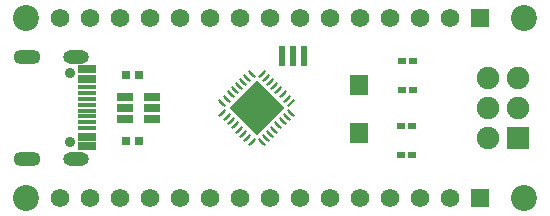
<source format=gbr>
%TF.GenerationSoftware,Altium Limited,Altium Designer,21.4.1 (30)*%
G04 Layer_Color=8388736*
%FSLAX45Y45*%
%MOMM*%
%TF.SameCoordinates,CCA80653-F6CA-46C6-945C-E97865854BA3*%
%TF.FilePolarity,Negative*%
%TF.FileFunction,Soldermask,Top*%
%TF.Part,Single*%
G01*
G75*
%TA.AperFunction,SMDPad,CuDef*%
G04:AMPARAMS|DCode=14|XSize=0.23928mm|YSize=0.80964mm|CornerRadius=0.11964mm|HoleSize=0mm|Usage=FLASHONLY|Rotation=225.000|XOffset=0mm|YOffset=0mm|HoleType=Round|Shape=RoundedRectangle|*
%AMROUNDEDRECTD14*
21,1,0.23928,0.57035,0,0,225.0*
21,1,0.00000,0.80964,0,0,225.0*
1,1,0.23928,-0.20165,0.20165*
1,1,0.23928,-0.20165,0.20165*
1,1,0.23928,0.20165,-0.20165*
1,1,0.23928,0.20165,-0.20165*
%
%ADD14ROUNDEDRECTD14*%
G04:AMPARAMS|DCode=15|XSize=0.80964mm|YSize=0.23928mm|CornerRadius=0.11964mm|HoleSize=0mm|Usage=FLASHONLY|Rotation=225.000|XOffset=0mm|YOffset=0mm|HoleType=Round|Shape=RoundedRectangle|*
%AMROUNDEDRECTD15*
21,1,0.80964,0.00000,0,0,225.0*
21,1,0.57035,0.23928,0,0,225.0*
1,1,0.23928,-0.20165,-0.20165*
1,1,0.23928,0.20165,0.20165*
1,1,0.23928,0.20165,0.20165*
1,1,0.23928,-0.20165,-0.20165*
%
%ADD15ROUNDEDRECTD15*%
G04:AMPARAMS|DCode=16|XSize=0.80964mm|YSize=0.23928mm|CornerRadius=0mm|HoleSize=0mm|Usage=FLASHONLY|Rotation=225.000|XOffset=0mm|YOffset=0mm|HoleType=Round|Shape=Rectangle|*
%AMROTATEDRECTD16*
4,1,4,0.20165,0.37085,0.37085,0.20165,-0.20165,-0.37085,-0.37085,-0.20165,0.20165,0.37085,0.0*
%
%ADD16ROTATEDRECTD16*%

%ADD17P,4.59620X4X270.0*%
%TA.AperFunction,ComponentPad*%
%ADD27R,1.57000X1.57000*%
%ADD28C,1.57000*%
%TA.AperFunction,SMDPad,CuDef*%
%ADD62R,0.70000X0.80000*%
%TA.AperFunction,ComponentPad*%
%ADD72C,0.90000*%
%ADD73O,2.30000X1.25000*%
%ADD74O,2.20000X1.15000*%
%ADD75C,2.20000*%
%ADD76C,1.90000*%
%ADD77R,1.90000X1.90000*%
%TA.AperFunction,ConnectorPad*%
%ADD84R,1.55000X0.70000*%
%ADD85R,1.55000X0.40000*%
%TA.AperFunction,SMDPad,CuDef*%
%ADD86R,0.75000X0.60000*%
%ADD89R,0.50000X1.80000*%
%ADD90R,1.55999X1.72999*%
%ADD91R,1.40000X0.80000*%
D14*
X1954002Y719485D02*
D03*
X1918650Y684129D02*
D03*
X1883293Y648772D02*
D03*
X1847937Y613420D02*
D03*
X1812580Y578063D02*
D03*
X1777228Y542707D02*
D03*
X1741871Y507350D02*
D03*
X1706514Y471998D02*
D03*
X1373998Y804515D02*
D03*
X1409355Y839866D02*
D03*
X1444711Y875223D02*
D03*
X1480063Y910580D02*
D03*
X1515420Y945937D02*
D03*
X1550777Y981288D02*
D03*
X1586128Y1016645D02*
D03*
X1621485Y1052002D02*
D03*
D15*
Y471998D02*
D03*
X1586128Y507350D02*
D03*
X1550777Y542707D02*
D03*
X1515420Y578063D02*
D03*
X1480063Y613420D02*
D03*
X1444711Y648772D02*
D03*
X1409355Y684129D02*
D03*
X1373998Y719485D02*
D03*
X1706514Y1052002D02*
D03*
X1741871Y1016645D02*
D03*
X1777228Y981288D02*
D03*
X1812580Y945937D02*
D03*
X1847936Y910580D02*
D03*
X1883293Y875223D02*
D03*
X1918650Y839866D02*
D03*
D16*
X1954002Y804515D02*
D03*
D17*
X1664000Y762000D02*
D03*
D27*
X3556000Y0D02*
D03*
Y1524000D02*
D03*
D28*
X3302000Y0D02*
D03*
X3048000D02*
D03*
X2794000D02*
D03*
X2540000D02*
D03*
X2286000D02*
D03*
X2032000D02*
D03*
X1778000D02*
D03*
X1524000D02*
D03*
X1270000D02*
D03*
X1016000D02*
D03*
X762000D02*
D03*
X508000D02*
D03*
X254000D02*
D03*
X0D02*
D03*
X3302000Y1524000D02*
D03*
X3048000D02*
D03*
X2794000D02*
D03*
X2540000D02*
D03*
X2286000D02*
D03*
X2032000D02*
D03*
X1778000D02*
D03*
X1524000D02*
D03*
X1270000D02*
D03*
X1016000D02*
D03*
X762000D02*
D03*
X508000D02*
D03*
X254000D02*
D03*
X0D02*
D03*
D62*
X668802Y482600D02*
D03*
X558800D02*
D03*
X668802Y1041400D02*
D03*
X558800D02*
D03*
D72*
X82240Y474980D02*
D03*
Y1052977D02*
D03*
D73*
X-282763Y331978D02*
D03*
Y1195979D02*
D03*
D74*
X135240Y331978D02*
D03*
Y1195979D02*
D03*
D75*
X-285999Y1521998D02*
D03*
X3927800Y1524000D02*
D03*
Y0D02*
D03*
X-285999Y1996D02*
D03*
D76*
X3620461Y1015998D02*
D03*
Y507998D02*
D03*
Y761998D02*
D03*
X3874461D02*
D03*
Y1015998D02*
D03*
D77*
Y507998D02*
D03*
D84*
X226741Y438978D02*
D03*
Y518978D02*
D03*
Y1008979D02*
D03*
Y1088979D02*
D03*
D85*
Y588980D02*
D03*
Y638978D02*
D03*
Y688980D02*
D03*
Y738977D02*
D03*
Y938982D02*
D03*
Y888980D02*
D03*
Y838982D02*
D03*
Y788980D02*
D03*
D86*
X2889001Y611998D02*
D03*
X2978998D02*
D03*
X2899004Y911997D02*
D03*
X2989001D02*
D03*
X2899004Y1161999D02*
D03*
X2989001D02*
D03*
X2978998Y362001D02*
D03*
X2889001D02*
D03*
D89*
X1877175Y1202827D02*
D03*
X1972172D02*
D03*
X2067176D02*
D03*
D90*
X2534001Y958997D02*
D03*
Y551998D02*
D03*
D91*
X775401Y666999D02*
D03*
Y762000D02*
D03*
Y856996D02*
D03*
X545399D02*
D03*
Y762000D02*
D03*
Y666999D02*
D03*
%TF.MD5,1de74d17347fffb9a168f872c10e7c73*%
M02*

</source>
